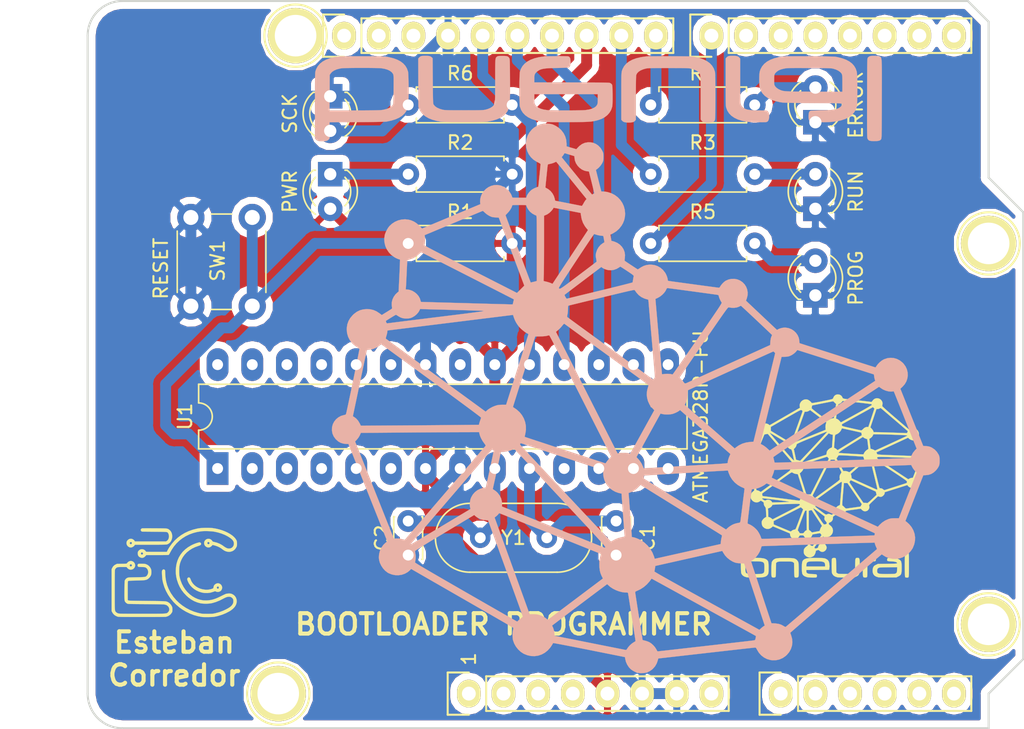
<source format=kicad_pcb>
(kicad_pcb (version 20171130) (host pcbnew "(5.0.0)")
  (title_block (date "lun. 30 mars 2015"))
  (layers (0 F.Cu signal) (31 B.Cu signal) (34 B.Paste user) (35 F.Paste user) (36 B.SilkS user) (37 F.SilkS user) (38 B.Mask user) (39 F.Mask user) (44 Edge.Cuts user))
  (net 0 "")
  (net 1 /IOREF)
  (net 2 /Reset)
  (net 3 +5V)
  (net 4 GND)
  (net 5 /Vin)
  (net 6 /A0)
  (net 7 /A1)
  (net 8 /A2)
  (net 9 /A3)
  (net 10 /AREF)
  (net 11 "/A4(SDA)")
  (net 12 "/A5(SCL)")
  (net 13 "/9(**)")
  (net 14 /8)
  (net 15 /7)
  (net 16 "/6(**)")
  (net 17 "/5(**)")
  (net 18 /4)
  (net 19 "/3(**)")
  (net 20 /2)
  (net 21 "/1(Tx)")
  (net 22 "/0(Rx)")
  (net 23 "Net-(P5-Pad1)")
  (net 24 "Net-(P6-Pad1)")
  (net 25 "Net-(P7-Pad1)")
  (net 26 "Net-(P8-Pad1)")
  (net 27 "/13(SCK)")
  (net 28 "/10(**/SS)")
  (net 29 "Net-(P1-Pad1)")
  (net 30 +3V3)
  (net 31 "/12(MISO)")
  (net 32 "/11(**/MOSI)")
  (net 33 "Net-(D1-Pad1)")
  (net 34 /XTAL2)
  (net 35 /XTAL1)
  (net 36 "Net-(U1-Pad15)")
  (net 37 "Net-(U1-Pad2)")
  (net 38 "Net-(U1-Pad16)")
  (net 39 "Net-(U1-Pad3)")
  (net 40 "Net-(U1-Pad4)")
  (net 41 "Net-(U1-Pad5)")
  (net 42 "Net-(U1-Pad6)")
  (net 43 "Net-(U1-Pad21)")
  (net 44 "Net-(U1-Pad23)")
  (net 45 "Net-(U1-Pad24)")
  (net 46 "Net-(U1-Pad11)")
  (net 47 "Net-(U1-Pad25)")
  (net 48 "Net-(U1-Pad12)")
  (net 49 "Net-(U1-Pad26)")
  (net 50 "Net-(U1-Pad13)")
  (net 51 "Net-(U1-Pad27)")
  (net 52 "Net-(U1-Pad14)")
  (net 53 "Net-(U1-Pad28)")
  (net 54 "Net-(D4-Pad2)")
  (net 55 "Net-(D5-Pad2)")
  (net 56 "Net-(D3-Pad2)")
  (net 57 "Net-(D2-Pad2)")
  (net 58 "Net-(P3-Pad1)")
  (net 59 "Net-(P3-Pad2)")
  (module LEDs:LED_D3.0mm (layer F.Cu) (at 128.778 80.01 270)
    (fp_text reference D5 hide)
    (fp_text value SCK (at 1.27 2.96 270) (layer F.SilkS))
    (pad 1 thru_hole rect (at 0 0 270) (size 1.8 1.8) (drill 0.9) (layers *.Cu *.Mask) (net 4 GND))
    (pad 2 thru_hole circle (at 2.54 0 270) (size 1.8 1.8) (drill 0.9) (layers *.Cu *.Mask) (net 55 "Net-(D5-Pad2)"))
  )
  (module Resistors_THT:R_Axial_DIN0207_L6.3mm_D2.5mm_P7.62mm_Horizontal (layer F.Cu) (at 134.493 80.645)
    (fp_text reference R6 (at 3.81 -2.31) (layer F.SilkS))
    (fp_text value 470Ω)
    (pad 1 thru_hole circle (at 0 0) (size 1.6 1.6) (drill 0.8) (layers *.Cu *.Mask) (net 55 "Net-(D5-Pad2)"))
    (pad 2 thru_hole oval (at 7.62 0) (size 1.6 1.6) (drill 0.8) (layers *.Cu *.Mask) (net 27 "/13(SCK)"))
  )
  (module Housings_DIP:DIP-28_W7.62mm_LongPads (layer F.Cu) (at 120.523 107.315 90)
    (fp_text reference U1 (at 3.81 -2.39 90) (layer F.SilkS))
    (fp_text value ATMEGA328P-PU (at 3.81 35.41 90) (layer F.SilkS))
    (pad 1 thru_hole rect (at 0 0 90) (size 2.4 1.6) (drill 0.8) (layers *.Cu *.Mask) (net 28 "/10(**/SS)"))
    (pad 15 thru_hole oval (at 7.62 33.02 90) (size 2.4 1.6) (drill 0.8) (layers *.Cu *.Mask) (net 36 "Net-(U1-Pad15)"))
    (pad 2 thru_hole oval (at 0 2.54 90) (size 2.4 1.6) (drill 0.8) (layers *.Cu *.Mask) (net 37 "Net-(U1-Pad2)"))
    (pad 16 thru_hole oval (at 7.62 30.48 90) (size 2.4 1.6) (drill 0.8) (layers *.Cu *.Mask) (net 38 "Net-(U1-Pad16)"))
    (pad 3 thru_hole oval (at 0 5.08 90) (size 2.4 1.6) (drill 0.8) (layers *.Cu *.Mask) (net 39 "Net-(U1-Pad3)"))
    (pad 17 thru_hole oval (at 7.62 27.94 90) (size 2.4 1.6) (drill 0.8) (layers *.Cu *.Mask) (net 32 "/11(**/MOSI)"))
    (pad 4 thru_hole oval (at 0 7.62 90) (size 2.4 1.6) (drill 0.8) (layers *.Cu *.Mask) (net 40 "Net-(U1-Pad4)"))
    (pad 18 thru_hole oval (at 7.62 25.4 90) (size 2.4 1.6) (drill 0.8) (layers *.Cu *.Mask) (net 31 "/12(MISO)"))
    (pad 5 thru_hole oval (at 0 10.16 90) (size 2.4 1.6) (drill 0.8) (layers *.Cu *.Mask) (net 41 "Net-(U1-Pad5)"))
    (pad 19 thru_hole oval (at 7.62 22.86 90) (size 2.4 1.6) (drill 0.8) (layers *.Cu *.Mask) (net 27 "/13(SCK)"))
    (pad 6 thru_hole oval (at 0 12.7 90) (size 2.4 1.6) (drill 0.8) (layers *.Cu *.Mask) (net 42 "Net-(U1-Pad6)"))
    (pad 20 thru_hole oval (at 7.62 20.32 90) (size 2.4 1.6) (drill 0.8) (layers *.Cu *.Mask) (net 3 +5V))
    (pad 7 thru_hole oval (at 0 15.24 90) (size 2.4 1.6) (drill 0.8) (layers *.Cu *.Mask) (net 3 +5V))
    (pad 21 thru_hole oval (at 7.62 17.78 90) (size 2.4 1.6) (drill 0.8) (layers *.Cu *.Mask) (net 43 "Net-(U1-Pad21)"))
    (pad 8 thru_hole oval (at 0 17.78 90) (size 2.4 1.6) (drill 0.8) (layers *.Cu *.Mask) (net 4 GND))
    (pad 22 thru_hole oval (at 7.62 15.24 90) (size 2.4 1.6) (drill 0.8) (layers *.Cu *.Mask) (net 4 GND))
    (pad 9 thru_hole oval (at 0 20.32 90) (size 2.4 1.6) (drill 0.8) (layers *.Cu *.Mask) (net 35 /XTAL1))
    (pad 23 thru_hole oval (at 7.62 12.7 90) (size 2.4 1.6) (drill 0.8) (layers *.Cu *.Mask) (net 44 "Net-(U1-Pad23)"))
    (pad 10 thru_hole oval (at 0 22.86 90) (size 2.4 1.6) (drill 0.8) (layers *.Cu *.Mask) (net 34 /XTAL2))
    (pad 24 thru_hole oval (at 7.62 10.16 90) (size 2.4 1.6) (drill 0.8) (layers *.Cu *.Mask) (net 45 "Net-(U1-Pad24)"))
    (pad 11 thru_hole oval (at 0 25.4 90) (size 2.4 1.6) (drill 0.8) (layers *.Cu *.Mask) (net 46 "Net-(U1-Pad11)"))
    (pad 25 thru_hole oval (at 7.62 7.62 90) (size 2.4 1.6) (drill 0.8) (layers *.Cu *.Mask) (net 47 "Net-(U1-Pad25)"))
    (pad 12 thru_hole oval (at 0 27.94 90) (size 2.4 1.6) (drill 0.8) (layers *.Cu *.Mask) (net 48 "Net-(U1-Pad12)"))
    (pad 26 thru_hole oval (at 7.62 5.08 90) (size 2.4 1.6) (drill 0.8) (layers *.Cu *.Mask) (net 49 "Net-(U1-Pad26)"))
    (pad 13 thru_hole oval (at 0 30.48 90) (size 2.4 1.6) (drill 0.8) (layers *.Cu *.Mask) (net 50 "Net-(U1-Pad13)"))
    (pad 27 thru_hole oval (at 7.62 2.54 90) (size 2.4 1.6) (drill 0.8) (layers *.Cu *.Mask) (net 51 "Net-(U1-Pad27)"))
    (pad 14 thru_hole oval (at 0 33.02 90) (size 2.4 1.6) (drill 0.8) (layers *.Cu *.Mask) (net 52 "Net-(U1-Pad14)"))
    (pad 28 thru_hole oval (at 7.62 0 90) (size 2.4 1.6) (drill 0.8) (layers *.Cu *.Mask) (net 53 "Net-(U1-Pad28)"))
  )
  (module Buttons_Switches_THT:SW_PUSH_6mm (layer F.Cu) (at 123.063 88.9 270)
    (fp_text reference SW1 (at 3.175 2.54 270) (layer F.SilkS))
    (fp_text value RESET (at 3.75 6.7 270) (layer F.SilkS))
    (pad 2 thru_hole circle (at 0 4.5) (size 2 2) (drill 1.1) (layers *.Cu *.Mask) (net 4 GND))
    (pad 1 thru_hole circle (at 0 0) (size 2 2) (drill 1.1) (layers *.Cu *.Mask) (net 28 "/10(**/SS)"))
    (pad 2 thru_hole circle (at 6.5 4.5) (size 2 2) (drill 1.1) (layers *.Cu *.Mask) (net 4 GND))
    (pad 1 thru_hole circle (at 6.5 0) (size 2 2) (drill 1.1) (layers *.Cu *.Mask) (net 28 "/10(**/SS)"))
  )
  (module Capacitors_THT:C_Disc_D3.0mm_W2.0mm_P2.50mm (layer F.Cu) (at 149.733 111.165 270)
    (fp_text reference C1 (at 1.25 -2.31 270) (layer F.SilkS))
    (fp_text value 22pF)
    (pad 2 thru_hole circle (at 2.5 0 270) (size 1.6 1.6) (drill 0.8) (layers *.Cu *.Mask) (net 4 GND))
    (pad 1 thru_hole circle (at 0 0 270) (size 1.6 1.6) (drill 0.8) (layers *.Cu *.Mask) (net 34 /XTAL2))
  )
  (module Capacitors_THT:C_Disc_D3.0mm_W2.0mm_P2.50mm (layer F.Cu) (at 134.493 111.165 270)
    (fp_text reference C2 (at 1.25 1.905 270) (layer F.SilkS))
    (fp_text value 22pF)
    (pad 1 thru_hole circle (at 0 0 270) (size 1.6 1.6) (drill 0.8) (layers *.Cu *.Mask) (net 35 /XTAL1))
    (pad 2 thru_hole circle (at 2.5 0 270) (size 1.6 1.6) (drill 0.8) (layers *.Cu *.Mask) (net 4 GND))
  )
  (module Crystals:Crystal_HC49-4H_Vertical (layer F.Cu) (at 144.653 112.395 180)
    (fp_text reference Y1 (at 2.44 0 180) (layer F.SilkS))
    (fp_text value Crystal)
    (pad 1 thru_hole circle (at 0 0 180) (size 1.5 1.5) (drill 0.8) (layers *.Cu *.Mask) (net 34 /XTAL2))
    (pad 2 thru_hole circle (at 4.88 0 180) (size 1.5 1.5) (drill 0.8) (layers *.Cu *.Mask) (net 35 /XTAL1))
  )
  (module LEDs:LED_D3.0mm (layer F.Cu) (at 128.778 85.725 270)
    (fp_text reference D1 hide)
    (fp_text value PWR (at 1.27 2.96 270) (layer F.SilkS))
    (pad 2 thru_hole circle (at 2.54 0 270) (size 1.8 1.8) (drill 0.9) (layers *.Cu *.Mask) (net 3 +5V))
    (pad 1 thru_hole rect (at 0 0 270) (size 1.8 1.8) (drill 0.9) (layers *.Cu *.Mask) (net 33 "Net-(D1-Pad1)"))
  )
  (module LEDs:LED_D3.0mm (layer F.Cu) (at 164.338 88.265 90)
    (fp_text reference D2 hide)
    (fp_text value RUN (at 1.27 2.96 90) (layer F.SilkS))
    (pad 1 thru_hole rect (at 0 0 90) (size 1.8 1.8) (drill 0.9) (layers *.Cu *.Mask) (net 4 GND))
    (pad 2 thru_hole circle (at 2.54 0 90) (size 1.8 1.8) (drill 0.9) (layers *.Cu *.Mask) (net 57 "Net-(D2-Pad2)"))
  )
  (module LEDs:LED_D3.0mm (layer F.Cu) (at 164.338 81.915 90)
    (fp_text reference D3 hide)
    (fp_text value ERROR (at 1.27 2.96 90) (layer F.SilkS))
    (pad 2 thru_hole circle (at 2.54 0 90) (size 1.8 1.8) (drill 0.9) (layers *.Cu *.Mask) (net 56 "Net-(D3-Pad2)"))
    (pad 1 thru_hole rect (at 0 0 90) (size 1.8 1.8) (drill 0.9) (layers *.Cu *.Mask) (net 4 GND))
  )
  (module LEDs:LED_D3.0mm (layer F.Cu) (at 164.338 94.615 90)
    (fp_text reference D4 hide)
    (fp_text value PROG (at 1.27 2.96 90) (layer F.SilkS))
    (pad 1 thru_hole rect (at 0 0 90) (size 1.8 1.8) (drill 0.9) (layers *.Cu *.Mask) (net 4 GND))
    (pad 2 thru_hole circle (at 2.54 0 90) (size 1.8 1.8) (drill 0.9) (layers *.Cu *.Mask) (net 54 "Net-(D4-Pad2)"))
  )
  (module Resistors_THT:R_Axial_DIN0207_L6.3mm_D2.5mm_P7.62mm_Horizontal (layer F.Cu) (at 134.493 90.805)
    (fp_text reference R1 (at 3.81 -2.31) (layer F.SilkS))
    (fp_text value 10KΩ)
    (pad 1 thru_hole circle (at 0 0) (size 1.6 1.6) (drill 0.8) (layers *.Cu *.Mask) (net 28 "/10(**/SS)"))
    (pad 2 thru_hole oval (at 7.62 0) (size 1.6 1.6) (drill 0.8) (layers *.Cu *.Mask) (net 3 +5V))
  )
  (module Resistors_THT:R_Axial_DIN0207_L6.3mm_D2.5mm_P7.62mm_Horizontal (layer F.Cu) (at 152.273 90.805)
    (fp_text reference R5 (at 3.81 -2.31) (layer F.SilkS))
    (fp_text value 470Ω)
    (pad 2 thru_hole oval (at 7.62 0) (size 1.6 1.6) (drill 0.8) (layers *.Cu *.Mask) (net 54 "Net-(D4-Pad2)"))
    (pad 1 thru_hole circle (at 0 0) (size 1.6 1.6) (drill 0.8) (layers *.Cu *.Mask) (net 15 /7))
  )
  (module Resistors_THT:R_Axial_DIN0207_L6.3mm_D2.5mm_P7.62mm_Horizontal (layer F.Cu) (at 134.493 85.725)
    (fp_text reference R2 (at 3.81 -2.31) (layer F.SilkS))
    (fp_text value 470Ω)
    (pad 1 thru_hole circle (at 0 0) (size 1.6 1.6) (drill 0.8) (layers *.Cu *.Mask) (net 33 "Net-(D1-Pad1)"))
    (pad 2 thru_hole oval (at 7.62 0) (size 1.6 1.6) (drill 0.8) (layers *.Cu *.Mask) (net 4 GND))
  )
  (module Resistors_THT:R_Axial_DIN0207_L6.3mm_D2.5mm_P7.62mm_Horizontal (layer F.Cu) (at 152.273 80.645)
    (fp_text reference R4 (at 3.81 -2.31) (layer F.SilkS))
    (fp_text value 470Ω)
    (pad 2 thru_hole oval (at 7.62 0) (size 1.6 1.6) (drill 0.8) (layers *.Cu *.Mask) (net 56 "Net-(D3-Pad2)"))
    (pad 1 thru_hole circle (at 0 0) (size 1.6 1.6) (drill 0.8) (layers *.Cu *.Mask) (net 14 /8))
  )
  (module Resistors_THT:R_Axial_DIN0207_L6.3mm_D2.5mm_P7.62mm_Horizontal (layer F.Cu) (at 152.273 85.725)
    (fp_text reference R3 (at 3.81 -2.31) (layer F.SilkS))
    (fp_text value 470Ω)
    (pad 1 thru_hole circle (at 0 0) (size 1.6 1.6) (drill 0.8) (layers *.Cu *.Mask) (net 13 "/9(**)"))
    (pad 2 thru_hole oval (at 7.62 0) (size 1.6 1.6) (drill 0.8) (layers *.Cu *.Mask) (net 57 "Net-(D2-Pad2)"))
  )
  (module Socket_Arduino_Uno:Socket_Strip_Arduino_1x08 (layer F.Cu) (at 138.938 123.825)
    (fp_text reference P1 hide)
    (fp_text value Power)
    (pad 1 thru_hole oval (at 0 0) (size 1.7272 2.032) (drill 1.016) (layers *.Cu *.Mask F.SilkS) (net 29 "Net-(P1-Pad1)"))
    (pad 2 thru_hole oval (at 2.54 0) (size 1.7272 2.032) (drill 1.016) (layers *.Cu *.Mask F.SilkS) (net 1 /IOREF))
    (pad 3 thru_hole oval (at 5.08 0) (size 1.7272 2.032) (drill 1.016) (layers *.Cu *.Mask F.SilkS) (net 2 /Reset))
    (pad 4 thru_hole oval (at 7.62 0) (size 1.7272 2.032) (drill 1.016) (layers *.Cu *.Mask F.SilkS) (net 30 +3V3))
    (pad 5 thru_hole oval (at 10.16 0) (size 1.7272 2.032) (drill 1.016) (layers *.Cu *.Mask F.SilkS) (net 3 +5V))
    (pad 6 thru_hole oval (at 12.7 0) (size 1.7272 2.032) (drill 1.016) (layers *.Cu *.Mask F.SilkS) (net 4 GND))
    (pad 7 thru_hole oval (at 15.24 0) (size 1.7272 2.032) (drill 1.016) (layers *.Cu *.Mask F.SilkS) (net 4 GND))
    (pad 8 thru_hole oval (at 17.78 0) (size 1.7272 2.032) (drill 1.016) (layers *.Cu *.Mask F.SilkS) (net 5 /Vin))
  )
  (module Socket_Arduino_Uno:Socket_Strip_Arduino_1x06 (layer F.Cu) (at 161.798 123.825)
    (fp_text reference P2 hide)
    (fp_text value Analog)
    (pad 1 thru_hole oval (at 0 0) (size 1.7272 2.032) (drill 1.016) (layers *.Cu *.Mask F.SilkS) (net 6 /A0))
    (pad 2 thru_hole oval (at 2.54 0) (size 1.7272 2.032) (drill 1.016) (layers *.Cu *.Mask F.SilkS) (net 7 /A1))
    (pad 3 thru_hole oval (at 5.08 0) (size 1.7272 2.032) (drill 1.016) (layers *.Cu *.Mask F.SilkS) (net 8 /A2))
    (pad 4 thru_hole oval (at 7.62 0) (size 1.7272 2.032) (drill 1.016) (layers *.Cu *.Mask F.SilkS) (net 9 /A3))
    (pad 5 thru_hole oval (at 10.16 0) (size 1.7272 2.032) (drill 1.016) (layers *.Cu *.Mask F.SilkS) (net 11 "/A4(SDA)"))
    (pad 6 thru_hole oval (at 12.7 0) (size 1.7272 2.032) (drill 1.016) (layers *.Cu *.Mask F.SilkS) (net 12 "/A5(SCL)"))
  )
  (module Socket_Arduino_Uno:Socket_Strip_Arduino_1x10 (layer F.Cu) (at 129.794 75.565)
    (fp_text reference P3 hide)
    (fp_text value Digital)
    (pad 1 thru_hole oval (at 0 0) (size 1.7272 2.032) (drill 1.016) (layers *.Cu *.Mask F.SilkS) (net 58 "Net-(P3-Pad1)"))
    (pad 2 thru_hole oval (at 2.54 0) (size 1.7272 2.032) (drill 1.016) (layers *.Cu *.Mask F.SilkS) (net 59 "Net-(P3-Pad2)"))
    (pad 3 thru_hole oval (at 5.08 0) (size 1.7272 2.032) (drill 1.016) (layers *.Cu *.Mask F.SilkS) (net 10 /AREF))
    (pad 4 thru_hole oval (at 7.62 0) (size 1.7272 2.032) (drill 1.016) (layers *.Cu *.Mask F.SilkS) (net 4 GND))
    (pad 5 thru_hole oval (at 10.16 0) (size 1.7272 2.032) (drill 1.016) (layers *.Cu *.Mask F.SilkS) (net 27 "/13(SCK)"))
    (pad 6 thru_hole oval (at 12.7 0) (size 1.7272 2.032) (drill 1.016) (layers *.Cu *.Mask F.SilkS) (net 31 "/12(MISO)"))
    (pad 7 thru_hole oval (at 15.24 0) (size 1.7272 2.032) (drill 1.016) (layers *.Cu *.Mask F.SilkS) (net 32 "/11(**/MOSI)"))
    (pad 8 thru_hole oval (at 17.78 0) (size 1.7272 2.032) (drill 1.016) (layers *.Cu *.Mask F.SilkS) (net 28 "/10(**/SS)"))
    (pad 9 thru_hole oval (at 20.32 0) (size 1.7272 2.032) (drill 1.016) (layers *.Cu *.Mask F.SilkS) (net 13 "/9(**)"))
    (pad 10 thru_hole oval (at 22.86 0) (size 1.7272 2.032) (drill 1.016) (layers *.Cu *.Mask F.SilkS) (net 14 /8))
  )
  (module Socket_Arduino_Uno:Socket_Strip_Arduino_1x08 (layer F.Cu) (at 156.718 75.565)
    (fp_text reference P4 hide)
    (fp_text value Digital)
    (pad 1 thru_hole oval (at 0 0) (size 1.7272 2.032) (drill 1.016) (layers *.Cu *.Mask F.SilkS) (net 15 /7))
    (pad 2 thru_hole oval (at 2.54 0) (size 1.7272 2.032) (drill 1.016) (layers *.Cu *.Mask F.SilkS) (net 16 "/6(**)"))
    (pad 3 thru_hole oval (at 5.08 0) (size 1.7272 2.032) (drill 1.016) (layers *.Cu *.Mask F.SilkS) (net 17 "/5(**)"))
    (pad 4 thru_hole oval (at 7.62 0) (size 1.7272 2.032) (drill 1.016) (layers *.Cu *.Mask F.SilkS) (net 18 /4))
    (pad 5 thru_hole oval (at 10.16 0) (size 1.7272 2.032) (drill 1.016) (layers *.Cu *.Mask F.SilkS) (net 19 "/3(**)"))
    (pad 6 thru_hole oval (at 12.7 0) (size 1.7272 2.032) (drill 1.016) (layers *.Cu *.Mask F.SilkS) (net 20 /2))
    (pad 7 thru_hole oval (at 15.24 0) (size 1.7272 2.032) (drill 1.016) (layers *.Cu *.Mask F.SilkS) (net 21 "/1(Tx)"))
    (pad 8 thru_hole oval (at 17.78 0) (size 1.7272 2.032) (drill 1.016) (layers *.Cu *.Mask F.SilkS) (net 22 "/0(Rx)"))
  )
  (module Socket_Arduino_Uno:Arduino_1pin (layer F.Cu) (at 124.968 123.825)
    (fp_text reference P5 hide)
    (fp_text value CONN_01X01 hide)
    (pad 1 thru_hole circle (at 0 0) (size 4.064 4.064) (drill 3.048) (layers *.Cu *.Mask F.SilkS) (net 23 "Net-(P5-Pad1)"))
  )
  (module Socket_Arduino_Uno:Arduino_1pin (layer F.Cu) (at 177.038 118.745)
    (fp_text reference P6 hide)
    (fp_text value CONN_01X01 hide)
    (pad 1 thru_hole circle (at 0 0) (size 4.064 4.064) (drill 3.048) (layers *.Cu *.Mask F.SilkS) (net 24 "Net-(P6-Pad1)"))
  )
  (module Socket_Arduino_Uno:Arduino_1pin (layer F.Cu) (at 126.238 75.565)
    (fp_text reference P7 hide)
    (fp_text value CONN_01X01 hide)
    (pad 1 thru_hole circle (at 0 0) (size 4.064 4.064) (drill 3.048) (layers *.Cu *.Mask F.SilkS) (net 25 "Net-(P7-Pad1)"))
  )
  (module Socket_Arduino_Uno:Arduino_1pin (layer F.Cu) (at 177.038 90.805)
    (fp_text reference P8 hide)
    (fp_text value CONN_01X01 hide)
    (pad 1 thru_hole circle (at 0 0) (size 4.064 4.064) (drill 3.048) (layers *.Cu *.Mask F.SilkS) (net 26 "Net-(P8-Pad1)"))
  )
  (module nodemcu:EC_icon10mm (layer F.Cu) (at 117.348 114.935)
    (fp_text reference G*** hide)
    (fp_text value LOGO hide)
  )
  (module nodemcu:bneural40mm (layer B.Cu) (at 150.368 99.695)
    (fp_text reference G*** hide)
    (fp_text value LOGO hide)
  )
  (module nodemcu:bneural15mm (layer F.Cu) (at 165.608 108.585)
    (fp_text reference G*** hide)
    (fp_text value LOGO hide)
  )
  (gr_text "Esteban\nCorredor" (at 117.348 121.285) (layer F.SilkS) (effects (font (size 1.5 1.5) (thickness 0.3))))
  (gr_text "BOOTLOADER PROGRAMMER" (at 141.478 118.745) (layer F.SilkS) (effects (font (size 1.5 1.5) (thickness 0.3))))
  (gr_arc (start 113.538 75.565) (end 113.538 73.025) (angle -90) (layer Edge.Cuts) (width 0.15))
  (gr_arc (start 113.538 123.825) (end 110.998 123.825) (angle -90) (layer Edge.Cuts) (width 0.15))
  (gr_text 1 (at 138.938 121.285 90) (layer F.SilkS) (effects (font (size 1 1))))
  (gr_line (start 177.038 74.549) (end 175.514 73.025) (angle 90) (layer Edge.Cuts) (width 0.15))
  (gr_line (start 177.038 85.979) (end 177.038 74.549) (angle 90) (layer Edge.Cuts) (width 0.15))
  (gr_line (start 179.578 88.519) (end 177.038 85.979) (angle 90) (layer Edge.Cuts) (width 0.15))
  (gr_line (start 179.578 121.285) (end 179.578 88.519) (angle 90) (layer Edge.Cuts) (width 0.15))
  (gr_line (start 177.038 123.825) (end 179.578 121.285) (angle 90) (layer Edge.Cuts) (width 0.15))
  (gr_line (start 177.038 126.365) (end 177.038 123.825) (angle 90) (layer Edge.Cuts) (width 0.15))
  (gr_line (start 113.538 126.365) (end 177.038 126.365) (angle 90) (layer Edge.Cuts) (width 0.15))
  (gr_line (start 110.998 75.565) (end 110.998 123.825) (angle 90) (layer Edge.Cuts) (width 0.15))
  (gr_line (start 175.514 73.025) (end 113.538 73.025) (angle 90) (layer Edge.Cuts) (width 0.15))
  (segment (start 128.778 88.265) (end 138.303 97.79) (width 0.8) (layer F.Cu) (net 3))
  (segment (start 140.843 99.295) (end 140.843 99.695) (width 0.8) (layer F.Cu) (net 3))
  (segment (start 139.243 97.695) (end 140.843 99.295) (width 0.8) (layer F.Cu) (net 3))
  (segment (start 138.398 97.695) (end 139.243 97.695) (width 0.8) (layer F.Cu) (net 3))
  (segment (start 138.303 97.79) (end 138.398 97.695) (width 0.8) (layer F.Cu) (net 3))
  (segment (start 142.113 98.425) (end 140.843 99.695) (width 0.8) (layer F.Cu) (net 3))
  (segment (start 142.113 90.805) (end 142.113 98.425) (width 0.8) (layer F.Cu) (net 3))
  (segment (start 135.763 106.915) (end 135.763 107.315) (width 0.8) (layer F.Cu) (net 3))
  (segment (start 137.363 105.315) (end 135.763 106.915) (width 0.8) (layer F.Cu) (net 3))
  (segment (start 137.763 105.315) (end 137.363 105.315) (width 0.8) (layer F.Cu) (net 3))
  (segment (start 140.843 102.235) (end 137.763 105.315) (width 0.8) (layer F.Cu) (net 3))
  (segment (start 140.843 99.695) (end 140.843 102.235) (width 0.8) (layer F.Cu) (net 3))
  (segment (start 149.098 123.6726) (end 149.098 123.825) (width 0.8) (layer F.Cu) (net 3))
  (segment (start 137.363 111.9376) (end 149.098 123.6726) (width 0.8) (layer F.Cu) (net 3))
  (segment (start 137.363 109.315) (end 137.363 111.9376) (width 0.8) (layer F.Cu) (net 3))
  (segment (start 135.763 107.715) (end 137.363 109.315) (width 0.8) (layer F.Cu) (net 3))
  (segment (start 135.763 107.315) (end 135.763 107.715) (width 0.8) (layer F.Cu) (net 3))
  (segment (start 130.478 80.01) (end 128.778 80.01) (width 0.8) (layer B.Cu) (net 4))
  (segment (start 132.651257 80.01) (end 130.478 80.01) (width 0.8) (layer B.Cu) (net 4))
  (segment (start 137.096257 75.565) (end 132.651257 80.01) (width 0.8) (layer B.Cu) (net 4))
  (segment (start 137.414 75.565) (end 137.096257 75.565) (width 0.8) (layer B.Cu) (net 4))
  (segment (start 127.453 80.01) (end 128.778 80.01) (width 0.8) (layer B.Cu) (net 4))
  (segment (start 118.563 88.9) (end 127.453 80.01) (width 0.8) (layer B.Cu) (net 4))
  (segment (start 137.414 81.026) (end 142.113 85.725) (width 0.8) (layer B.Cu) (net 4))
  (segment (start 137.414 75.565) (end 137.414 81.026) (width 0.8) (layer B.Cu) (net 4))
  (segment (start 118.563 95.4) (end 118.563 88.9) (width 0.8) (layer B.Cu) (net 4))
  (segment (start 135.763 92.075) (end 142.113 85.725) (width 0.8) (layer B.Cu) (net 4))
  (segment (start 135.763 99.695) (end 135.763 92.075) (width 0.8) (layer B.Cu) (net 4))
  (segment (start 165.838001 86.764999) (end 164.338 88.265) (width 0.8) (layer B.Cu) (net 4))
  (segment (start 165.838001 83.415001) (end 165.838001 86.764999) (width 0.8) (layer B.Cu) (net 4))
  (segment (start 164.338 81.915) (end 165.838001 83.415001) (width 0.8) (layer B.Cu) (net 4))
  (segment (start 165.838001 93.114999) (end 164.338 94.615) (width 0.8) (layer B.Cu) (net 4))
  (segment (start 165.838001 89.765001) (end 165.838001 93.114999) (width 0.8) (layer B.Cu) (net 4))
  (segment (start 164.338 88.265) (end 165.838001 89.765001) (width 0.8) (layer B.Cu) (net 4))
  (segment (start 162.638 94.615) (end 164.338 94.615) (width 0.8) (layer B.Cu) (net 4))
  (segment (start 155.75799 101.49501) (end 162.638 94.615) (width 0.8) (layer B.Cu) (net 4))
  (segment (start 137.16301 101.49501) (end 155.75799 101.49501) (width 0.8) (layer B.Cu) (net 4))
  (segment (start 135.763 100.095) (end 137.16301 101.49501) (width 0.8) (layer B.Cu) (net 4))
  (segment (start 135.763 100.095) (end 135.763 99.695) (width 0.8) (layer B.Cu) (net 4))
  (segment (start 137.363 101.695) (end 135.763 100.095) (width 0.8) (layer B.Cu) (net 4))
  (segment (start 137.763 101.695) (end 137.363 101.695) (width 0.8) (layer B.Cu) (net 4))
  (segment (start 138.303 102.235) (end 137.763 101.695) (width 0.8) (layer B.Cu) (net 4))
  (segment (start 138.303 107.315) (end 138.303 102.235) (width 0.8) (layer B.Cu) (net 4))
  (segment (start 135.692914 109.764999) (end 132.043001 109.764999) (width 0.8) (layer B.Cu) (net 4))
  (segment (start 138.303 107.315) (end 138.142913 107.315) (width 0.8) (layer B.Cu) (net 4))
  (segment (start 138.142913 107.315) (end 135.692914 109.764999) (width 0.8) (layer B.Cu) (net 4))
  (segment (start 132.043001 109.764999) (end 132.043001 113.120001) (width 0.8) (layer B.Cu) (net 4))
  (segment (start 132.588 113.665) (end 134.493 113.665) (width 0.8) (layer B.Cu) (net 4))
  (segment (start 132.043001 113.120001) (end 132.588 113.665) (width 0.8) (layer B.Cu) (net 4))
  (segment (start 134.493 114.79637) (end 137.80663 118.11) (width 0.8) (layer B.Cu) (net 4))
  (segment (start 134.493 113.665) (end 134.493 114.79637) (width 0.8) (layer B.Cu) (net 4))
  (segment (start 137.80663 118.11) (end 146.558 118.11) (width 0.8) (layer B.Cu) (net 4))
  (segment (start 146.558 116.84) (end 149.733 113.665) (width 0.8) (layer B.Cu) (net 4))
  (segment (start 146.558 118.11) (end 146.558 116.84) (width 0.8) (layer B.Cu) (net 4))
  (segment (start 154.178 123.825) (end 151.638 123.825) (width 0.8) (layer B.Cu) (net 4))
  (segment (start 151.638 123.6726) (end 151.638 123.825) (width 0.8) (layer B.Cu) (net 4))
  (segment (start 149.9744 122.009) (end 151.638 123.6726) (width 0.8) (layer B.Cu) (net 4))
  (segment (start 149.822 122.009) (end 149.9744 122.009) (width 0.8) (layer B.Cu) (net 4))
  (segment (start 149.733 121.92) (end 149.822 122.009) (width 0.8) (layer B.Cu) (net 4))
  (segment (start 149.733 113.665) (end 149.733 121.92) (width 0.8) (layer B.Cu) (net 4))
  (segment (start 150.114 83.566) (end 152.273 85.725) (width 0.8) (layer B.Cu) (net 13))
  (segment (start 150.114 75.565) (end 150.114 83.566) (width 0.8) (layer B.Cu) (net 13))
  (segment (start 152.654 80.264) (end 152.273 80.645) (width 0.8) (layer B.Cu) (net 14))
  (segment (start 152.654 75.565) (end 152.654 80.264) (width 0.8) (layer B.Cu) (net 14))
  (segment (start 156.718 86.36) (end 152.273 90.805) (width 0.8) (layer B.Cu) (net 15))
  (segment (start 156.718 75.565) (end 156.718 86.36) (width 0.8) (layer B.Cu) (net 15))
  (segment (start 139.954 78.486) (end 142.113 80.645) (width 0.8) (layer B.Cu) (net 27))
  (segment (start 139.954 75.565) (end 139.954 78.486) (width 0.8) (layer B.Cu) (net 27))
  (segment (start 143.383 97.695) (end 143.383 99.695) (width 0.8) (layer B.Cu) (net 27))
  (segment (start 143.513001 97.564999) (end 143.383 97.695) (width 0.8) (layer B.Cu) (net 27))
  (segment (start 143.513001 82.045001) (end 143.513001 97.564999) (width 0.8) (layer B.Cu) (net 27))
  (segment (start 142.113 80.645) (end 143.513001 82.045001) (width 0.8) (layer B.Cu) (net 27))
  (segment (start 120.838086 97.000001) (end 116.713 101.125087) (width 0.8) (layer B.Cu) (net 28))
  (segment (start 123.063 95.4) (end 121.462999 97.000001) (width 0.8) (layer B.Cu) (net 28))
  (segment (start 121.462999 97.000001) (end 120.838086 97.000001) (width 0.8) (layer B.Cu) (net 28))
  (segment (start 116.713 101.125087) (end 116.713 104.14) (width 0.8) (layer B.Cu) (net 28))
  (segment (start 116.713 104.14) (end 117.348 104.775) (width 0.8) (layer B.Cu) (net 28))
  (segment (start 120.523 106.915) (end 120.523 107.315) (width 0.8) (layer B.Cu) (net 28))
  (segment (start 118.383 104.775) (end 120.523 106.915) (width 0.8) (layer B.Cu) (net 28))
  (segment (start 117.348 104.775) (end 118.383 104.775) (width 0.8) (layer B.Cu) (net 28))
  (segment (start 123.063 95.4) (end 123.063 88.9) (width 0.8) (layer B.Cu) (net 28))
  (segment (start 127.658 90.805) (end 123.063 95.4) (width 0.8) (layer B.Cu) (net 28))
  (segment (start 134.493 90.805) (end 127.658 90.805) (width 0.8) (layer B.Cu) (net 28))
  (segment (start 147.574 77.724) (end 134.493 90.805) (width 0.8) (layer F.Cu) (net 28))
  (segment (start 147.574 75.565) (end 147.574 77.724) (width 0.8) (layer F.Cu) (net 28))
  (segment (start 145.923 97.695) (end 145.923 99.695) (width 0.8) (layer B.Cu) (net 31))
  (segment (start 145.923 80.81) (end 145.923 97.695) (width 0.8) (layer B.Cu) (net 31))
  (segment (start 142.494 77.381) (end 145.923 80.81) (width 0.8) (layer B.Cu) (net 31))
  (segment (start 142.494 75.565) (end 142.494 77.381) (width 0.8) (layer B.Cu) (net 31))
  (segment (start 148.463 97.695) (end 148.463 99.695) (width 0.8) (layer B.Cu) (net 32))
  (segment (start 148.463 80.81) (end 148.463 97.695) (width 0.8) (layer B.Cu) (net 32))
  (segment (start 145.034 77.381) (end 148.463 80.81) (width 0.8) (layer B.Cu) (net 32))
  (segment (start 145.034 75.565) (end 145.034 77.381) (width 0.8) (layer B.Cu) (net 32))
  (segment (start 128.778 85.725) (end 134.493 85.725) (width 0.8) (layer B.Cu) (net 33))
  (segment (start 143.383 111.125) (end 144.653 112.395) (width 0.8) (layer B.Cu) (net 34))
  (segment (start 143.383 107.315) (end 143.383 111.125) (width 0.8) (layer B.Cu) (net 34))
  (segment (start 145.883 111.165) (end 144.653 112.395) (width 0.8) (layer B.Cu) (net 34))
  (segment (start 149.733 111.165) (end 145.883 111.165) (width 0.8) (layer B.Cu) (net 34))
  (segment (start 140.843 111.325) (end 139.773 112.395) (width 0.8) (layer B.Cu) (net 35))
  (segment (start 140.843 107.315) (end 140.843 111.325) (width 0.8) (layer B.Cu) (net 35))
  (segment (start 138.543 111.165) (end 139.773 112.395) (width 0.8) (layer B.Cu) (net 35))
  (segment (start 134.493 111.165) (end 138.543 111.165) (width 0.8) (layer B.Cu) (net 35))
  (segment (start 161.163 92.075) (end 159.893 90.805) (width 0.8) (layer B.Cu) (net 54))
  (segment (start 164.338 92.075) (end 161.163 92.075) (width 0.8) (layer B.Cu) (net 54))
  (segment (start 132.588 82.55) (end 128.778 82.55) (width 0.8) (layer B.Cu) (net 55))
  (segment (start 134.493 80.645) (end 132.588 82.55) (width 0.8) (layer B.Cu) (net 55))
  (segment (start 161.163 79.375) (end 164.338 79.375) (width 0.8) (layer B.Cu) (net 56))
  (segment (start 159.893 80.645) (end 161.163 79.375) (width 0.8) (layer B.Cu) (net 56))
  (segment (start 159.893 85.725) (end 164.338 85.725) (width 0.8) (layer B.Cu) (net 57))
  (zone (net 3) (net_name +5V) (layer F.Cu) (connect_pads (clearance 0.508)) (min_thickness 0.254) (fill yes (arc_segments 16) (thermal_gap 0.508) (thermal_bridge_width 0.508))
    (polygon (pts (xy 108.458 73.025) (xy 179.578 73.025) (xy 179.578 126.365) (xy 108.458 126.365)))
  )
  (zone (net 4) (net_name GND) (layer B.Cu) (connect_pads (clearance 0.508)) (min_thickness 0.254) (fill yes (arc_segments 16) (thermal_gap 0.508) (thermal_bridge_width 0.508))
    (polygon (pts (xy 108.458 73.025) (xy 179.578 73.025) (xy 179.578 126.365) (xy 108.458 126.365)))
  )
)
</source>
